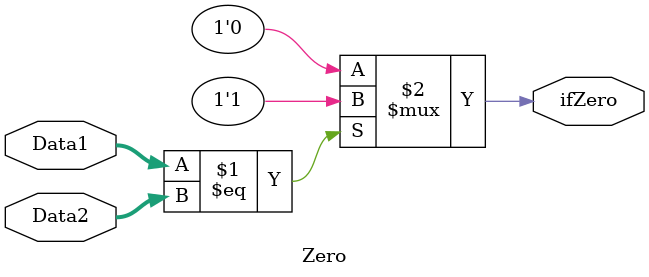
<source format=v>
`timescale 1ns / 1ps
module Zero( Data1, Data2, ifZero
    );
input [31:0] Data1, Data2;
output ifZero;


assign ifZero = (Data1==Data2)? 1'b1:1'b0;


endmodule

</source>
